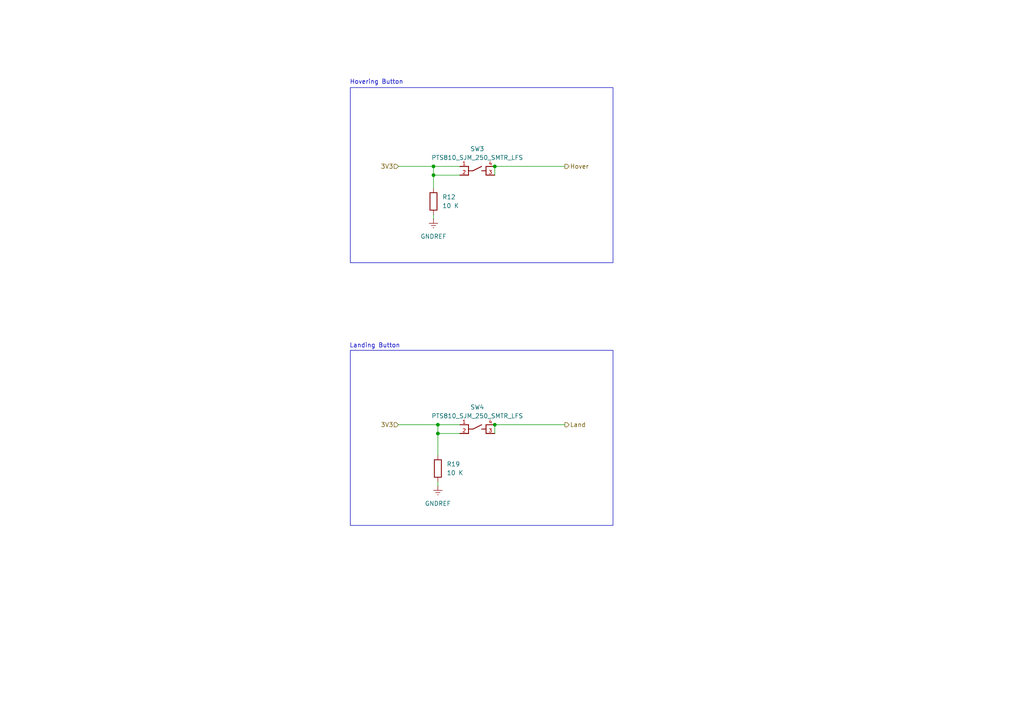
<source format=kicad_sch>
(kicad_sch
	(version 20250114)
	(generator "eeschema")
	(generator_version "9.0")
	(uuid "80d56138-cfac-4ed6-b9ec-0dd83b75c30a")
	(paper "A4")
	(lib_symbols
		(symbol "HMS_SSymbols_Library:GNDREF"
			(power)
			(pin_numbers
				(hide yes)
			)
			(pin_names
				(offset 0)
				(hide yes)
			)
			(exclude_from_sim no)
			(in_bom yes)
			(on_board yes)
			(property "Reference" "#PWR"
				(at 0 -6.35 0)
				(effects
					(font
						(size 1.27 1.27)
					)
					(hide yes)
				)
			)
			(property "Value" "GNDREF"
				(at 0 -3.81 0)
				(effects
					(font
						(size 1.27 1.27)
					)
				)
			)
			(property "Footprint" ""
				(at 0 0 0)
				(effects
					(font
						(size 1.27 1.27)
					)
					(hide yes)
				)
			)
			(property "Datasheet" ""
				(at 0 0 0)
				(effects
					(font
						(size 1.27 1.27)
					)
					(hide yes)
				)
			)
			(property "Description" "Power symbol creates a global label with name \"GNDREF\" , reference supply ground"
				(at 0 0 0)
				(effects
					(font
						(size 1.27 1.27)
					)
					(hide yes)
				)
			)
			(property "ki_keywords" "global power"
				(at 0 0 0)
				(effects
					(font
						(size 1.27 1.27)
					)
					(hide yes)
				)
			)
			(symbol "GNDREF_0_1"
				(polyline
					(pts
						(xy -0.635 -1.905) (xy 0.635 -1.905)
					)
					(stroke
						(width 0)
						(type default)
					)
					(fill
						(type none)
					)
				)
				(polyline
					(pts
						(xy -0.127 -2.54) (xy 0.127 -2.54)
					)
					(stroke
						(width 0)
						(type default)
					)
					(fill
						(type none)
					)
				)
				(polyline
					(pts
						(xy 0 -1.27) (xy 0 0)
					)
					(stroke
						(width 0)
						(type default)
					)
					(fill
						(type none)
					)
				)
				(polyline
					(pts
						(xy 1.27 -1.27) (xy -1.27 -1.27)
					)
					(stroke
						(width 0)
						(type default)
					)
					(fill
						(type none)
					)
				)
			)
			(symbol "GNDREF_1_1"
				(pin power_in line
					(at 0 0 270)
					(length 0)
					(name "~"
						(effects
							(font
								(size 1.27 1.27)
							)
						)
					)
					(number "1"
						(effects
							(font
								(size 1.27 1.27)
							)
						)
					)
				)
			)
			(embedded_fonts no)
		)
		(symbol "HMS_SSymbols_Library:PTS810_SJM_250_SMTR_LFS"
			(pin_names
				(offset 1.016)
			)
			(exclude_from_sim no)
			(in_bom yes)
			(on_board yes)
			(property "Reference" "SW"
				(at -3.81 1.27 0)
				(effects
					(font
						(size 1.27 1.27)
					)
					(justify left bottom)
				)
			)
			(property "Value" "PTS810_SJM_250_SMTR_LFS"
				(at -5.08 -6.35 0)
				(effects
					(font
						(size 1.27 1.27)
					)
					(justify left bottom)
				)
			)
			(property "Footprint" "PTS810_SJM_250_SMTR_LFS:SW_PTS810_SJM_250_SMTR_LFS"
				(at 0 0 0)
				(effects
					(font
						(size 1.27 1.27)
					)
					(justify bottom)
					(hide yes)
				)
			)
			(property "Datasheet" ""
				(at 0 0 0)
				(effects
					(font
						(size 1.27 1.27)
					)
					(hide yes)
				)
			)
			(property "Description" ""
				(at 0 0 0)
				(effects
					(font
						(size 1.27 1.27)
					)
					(hide yes)
				)
			)
			(property "MANUFACTURER" "CnK"
				(at 0 0 0)
				(effects
					(font
						(size 1.27 1.27)
					)
					(justify bottom)
					(hide yes)
				)
			)
			(property "STANDARD" "Manufacturer Recommendations"
				(at 0 0 0)
				(effects
					(font
						(size 1.27 1.27)
					)
					(justify bottom)
					(hide yes)
				)
			)
			(symbol "PTS810_SJM_250_SMTR_LFS_0_0"
				(polyline
					(pts
						(xy -2.54 0) (xy -5.08 0)
					)
					(stroke
						(width 0.254)
						(type default)
					)
					(fill
						(type none)
					)
				)
				(polyline
					(pts
						(xy -2.54 0) (xy -2.54 -2.54)
					)
					(stroke
						(width 0.254)
						(type default)
					)
					(fill
						(type none)
					)
				)
				(polyline
					(pts
						(xy -2.54 -1.27) (xy -1.27 -1.27)
					)
					(stroke
						(width 0.254)
						(type default)
					)
					(fill
						(type none)
					)
				)
				(polyline
					(pts
						(xy -2.54 -2.54) (xy -5.08 -2.54)
					)
					(stroke
						(width 0.254)
						(type default)
					)
					(fill
						(type none)
					)
				)
				(polyline
					(pts
						(xy -1.27 -1.27) (xy 1.27 0)
					)
					(stroke
						(width 0.254)
						(type default)
					)
					(fill
						(type none)
					)
				)
				(polyline
					(pts
						(xy 1.27 -1.27) (xy 2.54 -1.27)
					)
					(stroke
						(width 0.254)
						(type default)
					)
					(fill
						(type none)
					)
				)
				(polyline
					(pts
						(xy 2.54 0) (xy 2.54 -2.54)
					)
					(stroke
						(width 0.254)
						(type default)
					)
					(fill
						(type none)
					)
				)
				(polyline
					(pts
						(xy 2.54 0) (xy 5.08 0)
					)
					(stroke
						(width 0.254)
						(type default)
					)
					(fill
						(type none)
					)
				)
				(polyline
					(pts
						(xy 2.54 -2.54) (xy 5.08 -2.54)
					)
					(stroke
						(width 0.254)
						(type default)
					)
					(fill
						(type none)
					)
				)
				(pin passive line
					(at -5.08 0 0)
					(length 2.54)
					(name "~"
						(effects
							(font
								(size 1.016 1.016)
							)
						)
					)
					(number "1"
						(effects
							(font
								(size 1.016 1.016)
							)
						)
					)
				)
				(pin passive line
					(at -5.08 -2.54 0)
					(length 2.54)
					(name "~"
						(effects
							(font
								(size 1.016 1.016)
							)
						)
					)
					(number "2"
						(effects
							(font
								(size 1.016 1.016)
							)
						)
					)
				)
				(pin passive line
					(at 5.08 0 180)
					(length 2.54)
					(name "~"
						(effects
							(font
								(size 1.016 1.016)
							)
						)
					)
					(number "4"
						(effects
							(font
								(size 1.016 1.016)
							)
						)
					)
				)
				(pin passive line
					(at 5.08 -2.54 180)
					(length 2.54)
					(name "~"
						(effects
							(font
								(size 1.016 1.016)
							)
						)
					)
					(number "3"
						(effects
							(font
								(size 1.016 1.016)
							)
						)
					)
				)
			)
			(embedded_fonts no)
		)
		(symbol "HMS_SSymbols_Library:R"
			(pin_numbers
				(hide yes)
			)
			(pin_names
				(offset 0)
			)
			(exclude_from_sim no)
			(in_bom yes)
			(on_board yes)
			(property "Reference" "R"
				(at 2.032 0 90)
				(effects
					(font
						(size 1.27 1.27)
					)
				)
			)
			(property "Value" "R"
				(at 0 0 90)
				(effects
					(font
						(size 1.27 1.27)
					)
				)
			)
			(property "Footprint" ""
				(at -1.778 0 90)
				(effects
					(font
						(size 1.27 1.27)
					)
					(hide yes)
				)
			)
			(property "Datasheet" "~"
				(at 0 0 0)
				(effects
					(font
						(size 1.27 1.27)
					)
					(hide yes)
				)
			)
			(property "Description" "Resistor"
				(at 0 0 0)
				(effects
					(font
						(size 1.27 1.27)
					)
					(hide yes)
				)
			)
			(property "ki_keywords" "R res resistor"
				(at 0 0 0)
				(effects
					(font
						(size 1.27 1.27)
					)
					(hide yes)
				)
			)
			(property "ki_fp_filters" "R_*"
				(at 0 0 0)
				(effects
					(font
						(size 1.27 1.27)
					)
					(hide yes)
				)
			)
			(symbol "R_0_1"
				(rectangle
					(start -1.016 -2.54)
					(end 1.016 2.54)
					(stroke
						(width 0.254)
						(type default)
					)
					(fill
						(type none)
					)
				)
			)
			(symbol "R_1_1"
				(pin passive line
					(at 0 3.81 270)
					(length 1.27)
					(name "~"
						(effects
							(font
								(size 1.27 1.27)
							)
						)
					)
					(number "1"
						(effects
							(font
								(size 1.27 1.27)
							)
						)
					)
				)
				(pin passive line
					(at 0 -3.81 90)
					(length 1.27)
					(name "~"
						(effects
							(font
								(size 1.27 1.27)
							)
						)
					)
					(number "2"
						(effects
							(font
								(size 1.27 1.27)
							)
						)
					)
				)
			)
			(embedded_fonts no)
		)
	)
	(rectangle
		(start 101.6 101.6)
		(end 177.8 152.4)
		(stroke
			(width 0)
			(type default)
		)
		(fill
			(type none)
		)
		(uuid 68cc71d0-df4d-4fa0-bb64-f2d3fdb8768b)
	)
	(rectangle
		(start 101.6 25.4)
		(end 177.8 76.2)
		(stroke
			(width 0)
			(type default)
		)
		(fill
			(type none)
		)
		(uuid e11c65a6-9c56-4729-8c94-29f5fb4746a6)
	)
	(text "Hovering Button"
		(exclude_from_sim no)
		(at 109.22 23.876 0)
		(effects
			(font
				(size 1.27 1.27)
			)
		)
		(uuid "5eb49d17-b906-44b5-bd7d-35108807177f")
	)
	(text "Landing Button"
		(exclude_from_sim no)
		(at 108.712 100.33 0)
		(effects
			(font
				(size 1.27 1.27)
			)
		)
		(uuid "ca33e833-94fd-4f92-9515-3aec218abc3b")
	)
	(junction
		(at 143.51 123.19)
		(diameter 0)
		(color 0 0 0 0)
		(uuid "361e7a86-7186-4cfa-84cc-e6976bc67821")
	)
	(junction
		(at 125.73 50.8)
		(diameter 0)
		(color 0 0 0 0)
		(uuid "4552ff3b-317f-4465-8722-83347bd03844")
	)
	(junction
		(at 125.73 48.26)
		(diameter 0)
		(color 0 0 0 0)
		(uuid "67b2ac57-a172-447a-8c7e-eba20d54265e")
	)
	(junction
		(at 127 125.73)
		(diameter 0)
		(color 0 0 0 0)
		(uuid "9c3dd291-0b23-41ef-8b67-4f3acb0ecd32")
	)
	(junction
		(at 127 123.19)
		(diameter 0)
		(color 0 0 0 0)
		(uuid "a4c995f0-dfe3-442e-93b5-75d2055f660b")
	)
	(junction
		(at 143.51 48.26)
		(diameter 0)
		(color 0 0 0 0)
		(uuid "adef02f9-0cd3-419e-bbdc-55516593751a")
	)
	(wire
		(pts
			(xy 115.57 48.26) (xy 125.73 48.26)
		)
		(stroke
			(width 0)
			(type default)
		)
		(uuid "04cfd766-9632-45c4-aa02-4e687a0b00f8")
	)
	(wire
		(pts
			(xy 143.51 125.73) (xy 143.51 123.19)
		)
		(stroke
			(width 0)
			(type default)
		)
		(uuid "08dc795c-dc66-4bcd-8d68-adabc4a36a76")
	)
	(wire
		(pts
			(xy 125.73 48.26) (xy 133.35 48.26)
		)
		(stroke
			(width 0)
			(type default)
		)
		(uuid "224666db-1d68-4898-a143-ed9b4cf00b02")
	)
	(wire
		(pts
			(xy 143.51 48.26) (xy 163.83 48.26)
		)
		(stroke
			(width 0)
			(type default)
		)
		(uuid "38a928e3-35fe-4d76-b42c-45b894f4684a")
	)
	(wire
		(pts
			(xy 143.51 123.19) (xy 163.83 123.19)
		)
		(stroke
			(width 0)
			(type default)
		)
		(uuid "4b88b1e6-d946-417e-9858-bbba2068b17d")
	)
	(wire
		(pts
			(xy 125.73 48.26) (xy 125.73 50.8)
		)
		(stroke
			(width 0)
			(type default)
		)
		(uuid "63bee3fa-3028-43c5-9837-a60e5a7b252f")
	)
	(wire
		(pts
			(xy 125.73 63.5) (xy 125.73 62.23)
		)
		(stroke
			(width 0)
			(type default)
		)
		(uuid "67fac74d-5f0b-45c6-b299-b7ff1d2235ef")
	)
	(wire
		(pts
			(xy 115.57 123.19) (xy 127 123.19)
		)
		(stroke
			(width 0)
			(type default)
		)
		(uuid "699fae72-3754-4e82-bc94-49f581f5d29e")
	)
	(wire
		(pts
			(xy 127 132.08) (xy 127 125.73)
		)
		(stroke
			(width 0)
			(type default)
		)
		(uuid "752c7e06-3c0e-4455-a5df-9d8fb93c2da2")
	)
	(wire
		(pts
			(xy 125.73 50.8) (xy 133.35 50.8)
		)
		(stroke
			(width 0)
			(type default)
		)
		(uuid "8d182b6f-42fd-46b7-83a8-350c2f136070")
	)
	(wire
		(pts
			(xy 143.51 48.26) (xy 143.51 50.8)
		)
		(stroke
			(width 0)
			(type default)
		)
		(uuid "9986ebdd-9afe-4c1f-831a-cb49cc3eb0be")
	)
	(wire
		(pts
			(xy 127 125.73) (xy 127 123.19)
		)
		(stroke
			(width 0)
			(type default)
		)
		(uuid "e4ae9feb-d276-4ac1-966d-86c7f2d58662")
	)
	(wire
		(pts
			(xy 127 140.97) (xy 127 139.7)
		)
		(stroke
			(width 0)
			(type default)
		)
		(uuid "e4c4da86-5027-4889-9dd3-4adf279e7314")
	)
	(wire
		(pts
			(xy 127 125.73) (xy 133.35 125.73)
		)
		(stroke
			(width 0)
			(type default)
		)
		(uuid "e7386491-5c07-4341-ae92-054e8bcc9d21")
	)
	(wire
		(pts
			(xy 127 123.19) (xy 133.35 123.19)
		)
		(stroke
			(width 0)
			(type default)
		)
		(uuid "ec74d651-c082-42e9-b9e8-921c3418eede")
	)
	(wire
		(pts
			(xy 125.73 50.8) (xy 125.73 54.61)
		)
		(stroke
			(width 0)
			(type default)
		)
		(uuid "f3bb13d4-e89d-4689-b5eb-cf126f2e6b54")
	)
	(hierarchical_label "3V3"
		(shape input)
		(at 115.57 123.19 180)
		(effects
			(font
				(size 1.27 1.27)
			)
			(justify right)
		)
		(uuid "84a55a06-ad84-4026-8494-052bdb369d82")
	)
	(hierarchical_label "3V3"
		(shape input)
		(at 115.57 48.26 180)
		(effects
			(font
				(size 1.27 1.27)
			)
			(justify right)
		)
		(uuid "91f1ea71-d167-4e41-afee-8c01d1ee96cf")
	)
	(hierarchical_label "Hover"
		(shape output)
		(at 163.83 48.26 0)
		(effects
			(font
				(size 1.27 1.27)
			)
			(justify left)
		)
		(uuid "cead5805-33e3-4e93-a65e-6f8f394b4bd5")
	)
	(hierarchical_label "Land"
		(shape output)
		(at 163.83 123.19 0)
		(effects
			(font
				(size 1.27 1.27)
			)
			(justify left)
		)
		(uuid "f663ecd7-e2de-4f70-90fb-a4b283818f53")
	)
	(symbol
		(lib_id "HMS_SSymbols_Library:GNDREF")
		(at 125.73 63.5 0)
		(unit 1)
		(exclude_from_sim no)
		(in_bom yes)
		(on_board yes)
		(dnp no)
		(fields_autoplaced yes)
		(uuid "5114f648-0b32-486c-aac1-ce81202ce407")
		(property "Reference" "#PWR023"
			(at 125.73 69.85 0)
			(effects
				(font
					(size 1.27 1.27)
				)
				(hide yes)
			)
		)
		(property "Value" "GNDREF"
			(at 125.73 68.58 0)
			(effects
				(font
					(size 1.27 1.27)
				)
			)
		)
		(property "Footprint" ""
			(at 125.73 63.5 0)
			(effects
				(font
					(size 1.27 1.27)
				)
				(hide yes)
			)
		)
		(property "Datasheet" ""
			(at 125.73 63.5 0)
			(effects
				(font
					(size 1.27 1.27)
				)
				(hide yes)
			)
		)
		(property "Description" "Power symbol creates a global label with name \"GNDREF\" , reference supply ground"
			(at 125.73 63.5 0)
			(effects
				(font
					(size 1.27 1.27)
				)
				(hide yes)
			)
		)
		(pin "1"
			(uuid "ec51c44b-6135-46cc-ae3b-ca2f31127b37")
		)
		(instances
			(project "HMS"
				(path "/f58d4a15-dad3-4b2d-a625-0883ffa8695e/f5f5fd36-fa51-4a5c-b77b-ae5755a93441"
					(reference "#PWR023")
					(unit 1)
				)
			)
		)
	)
	(symbol
		(lib_id "HMS_SSymbols_Library:R")
		(at 127 135.89 0)
		(unit 1)
		(exclude_from_sim no)
		(in_bom yes)
		(on_board yes)
		(dnp no)
		(fields_autoplaced yes)
		(uuid "5d24ab51-e809-402f-a143-93c1edd4042e")
		(property "Reference" "R19"
			(at 129.54 134.6199 0)
			(effects
				(font
					(size 1.27 1.27)
				)
				(justify left)
			)
		)
		(property "Value" "10 K"
			(at 129.54 137.1599 0)
			(effects
				(font
					(size 1.27 1.27)
				)
				(justify left)
			)
		)
		(property "Footprint" ""
			(at 125.222 135.89 90)
			(effects
				(font
					(size 1.27 1.27)
				)
				(hide yes)
			)
		)
		(property "Datasheet" "~"
			(at 127 135.89 0)
			(effects
				(font
					(size 1.27 1.27)
				)
				(hide yes)
			)
		)
		(property "Description" "Resistor"
			(at 127 135.89 0)
			(effects
				(font
					(size 1.27 1.27)
				)
				(hide yes)
			)
		)
		(pin "2"
			(uuid "b1ad9fda-0326-424c-bf8d-a4ae6be73c01")
		)
		(pin "1"
			(uuid "d5de4444-53ed-461e-9ad6-feee83e3a3bf")
		)
		(instances
			(project "HMS"
				(path "/f58d4a15-dad3-4b2d-a625-0883ffa8695e/f5f5fd36-fa51-4a5c-b77b-ae5755a93441"
					(reference "R19")
					(unit 1)
				)
			)
		)
	)
	(symbol
		(lib_id "HMS_SSymbols_Library:R")
		(at 125.73 58.42 0)
		(unit 1)
		(exclude_from_sim no)
		(in_bom yes)
		(on_board yes)
		(dnp no)
		(fields_autoplaced yes)
		(uuid "78c3abc5-8213-4797-bc50-5e8b4dbfdefe")
		(property "Reference" "R12"
			(at 128.27 57.1499 0)
			(effects
				(font
					(size 1.27 1.27)
				)
				(justify left)
			)
		)
		(property "Value" "10 K"
			(at 128.27 59.6899 0)
			(effects
				(font
					(size 1.27 1.27)
				)
				(justify left)
			)
		)
		(property "Footprint" ""
			(at 123.952 58.42 90)
			(effects
				(font
					(size 1.27 1.27)
				)
				(hide yes)
			)
		)
		(property "Datasheet" "~"
			(at 125.73 58.42 0)
			(effects
				(font
					(size 1.27 1.27)
				)
				(hide yes)
			)
		)
		(property "Description" "Resistor"
			(at 125.73 58.42 0)
			(effects
				(font
					(size 1.27 1.27)
				)
				(hide yes)
			)
		)
		(pin "2"
			(uuid "1b335e76-b7fd-45fa-af0f-ab831b57e4fc")
		)
		(pin "1"
			(uuid "fd541efb-292e-4202-8ed7-d2fea9d044ed")
		)
		(instances
			(project "HMS"
				(path "/f58d4a15-dad3-4b2d-a625-0883ffa8695e/f5f5fd36-fa51-4a5c-b77b-ae5755a93441"
					(reference "R12")
					(unit 1)
				)
			)
		)
	)
	(symbol
		(lib_id "HMS_SSymbols_Library:GNDREF")
		(at 127 140.97 0)
		(unit 1)
		(exclude_from_sim no)
		(in_bom yes)
		(on_board yes)
		(dnp no)
		(fields_autoplaced yes)
		(uuid "8b8dd9de-fe02-44d6-9f82-8f627899f6a3")
		(property "Reference" "#PWR029"
			(at 127 147.32 0)
			(effects
				(font
					(size 1.27 1.27)
				)
				(hide yes)
			)
		)
		(property "Value" "GNDREF"
			(at 127 146.05 0)
			(effects
				(font
					(size 1.27 1.27)
				)
			)
		)
		(property "Footprint" ""
			(at 127 140.97 0)
			(effects
				(font
					(size 1.27 1.27)
				)
				(hide yes)
			)
		)
		(property "Datasheet" ""
			(at 127 140.97 0)
			(effects
				(font
					(size 1.27 1.27)
				)
				(hide yes)
			)
		)
		(property "Description" "Power symbol creates a global label with name \"GNDREF\" , reference supply ground"
			(at 127 140.97 0)
			(effects
				(font
					(size 1.27 1.27)
				)
				(hide yes)
			)
		)
		(pin "1"
			(uuid "16f61cb0-9dec-40d4-8599-010d419b77a3")
		)
		(instances
			(project "HMS"
				(path "/f58d4a15-dad3-4b2d-a625-0883ffa8695e/f5f5fd36-fa51-4a5c-b77b-ae5755a93441"
					(reference "#PWR029")
					(unit 1)
				)
			)
		)
	)
	(symbol
		(lib_id "HMS_SSymbols_Library:PTS810_SJM_250_SMTR_LFS")
		(at 138.43 123.19 0)
		(unit 1)
		(exclude_from_sim no)
		(in_bom yes)
		(on_board yes)
		(dnp no)
		(fields_autoplaced yes)
		(uuid "995a7a8d-c608-41f0-858e-3ad5b30a0510")
		(property "Reference" "SW4"
			(at 138.43 118.11 0)
			(effects
				(font
					(size 1.27 1.27)
				)
			)
		)
		(property "Value" "PTS810_SJM_250_SMTR_LFS"
			(at 138.43 120.65 0)
			(effects
				(font
					(size 1.27 1.27)
				)
			)
		)
		(property "Footprint" "PTS810_SJM_250_SMTR_LFS:SW_PTS810_SJM_250_SMTR_LFS"
			(at 138.43 123.19 0)
			(effects
				(font
					(size 1.27 1.27)
				)
				(justify bottom)
				(hide yes)
			)
		)
		(property "Datasheet" ""
			(at 138.43 123.19 0)
			(effects
				(font
					(size 1.27 1.27)
				)
				(hide yes)
			)
		)
		(property "Description" ""
			(at 138.43 123.19 0)
			(effects
				(font
					(size 1.27 1.27)
				)
				(hide yes)
			)
		)
		(property "MANUFACTURER" "CnK"
			(at 138.43 123.19 0)
			(effects
				(font
					(size 1.27 1.27)
				)
				(justify bottom)
				(hide yes)
			)
		)
		(property "STANDARD" "Manufacturer Recommendations"
			(at 138.43 123.19 0)
			(effects
				(font
					(size 1.27 1.27)
				)
				(justify bottom)
				(hide yes)
			)
		)
		(pin "1"
			(uuid "337ce9c1-ca04-407b-83c2-ab031fa9459a")
		)
		(pin "3"
			(uuid "e46c0a7e-5855-4953-8cbe-743a5e398d1a")
		)
		(pin "4"
			(uuid "177f30c1-dd53-4892-aff8-c118f33c280a")
		)
		(pin "2"
			(uuid "f6462097-e03e-4d3e-9ef5-6f5cee85ca1f")
		)
		(instances
			(project "HMS"
				(path "/f58d4a15-dad3-4b2d-a625-0883ffa8695e/f5f5fd36-fa51-4a5c-b77b-ae5755a93441"
					(reference "SW4")
					(unit 1)
				)
			)
		)
	)
	(symbol
		(lib_id "HMS_SSymbols_Library:PTS810_SJM_250_SMTR_LFS")
		(at 138.43 48.26 0)
		(unit 1)
		(exclude_from_sim no)
		(in_bom yes)
		(on_board yes)
		(dnp no)
		(fields_autoplaced yes)
		(uuid "a19417f9-70e6-40c2-a395-085b730a9958")
		(property "Reference" "SW3"
			(at 138.43 43.18 0)
			(effects
				(font
					(size 1.27 1.27)
				)
			)
		)
		(property "Value" "PTS810_SJM_250_SMTR_LFS"
			(at 138.43 45.72 0)
			(effects
				(font
					(size 1.27 1.27)
				)
			)
		)
		(property "Footprint" "PTS810_SJM_250_SMTR_LFS:SW_PTS810_SJM_250_SMTR_LFS"
			(at 138.43 48.26 0)
			(effects
				(font
					(size 1.27 1.27)
				)
				(justify bottom)
				(hide yes)
			)
		)
		(property "Datasheet" ""
			(at 138.43 48.26 0)
			(effects
				(font
					(size 1.27 1.27)
				)
				(hide yes)
			)
		)
		(property "Description" ""
			(at 138.43 48.26 0)
			(effects
				(font
					(size 1.27 1.27)
				)
				(hide yes)
			)
		)
		(property "MANUFACTURER" "CnK"
			(at 138.43 48.26 0)
			(effects
				(font
					(size 1.27 1.27)
				)
				(justify bottom)
				(hide yes)
			)
		)
		(property "STANDARD" "Manufacturer Recommendations"
			(at 138.43 48.26 0)
			(effects
				(font
					(size 1.27 1.27)
				)
				(justify bottom)
				(hide yes)
			)
		)
		(pin "1"
			(uuid "9cf019e6-813c-45a0-8db2-33fd0e9e8f52")
		)
		(pin "3"
			(uuid "cf99dede-d1ad-449c-8c5e-a4a4d668e349")
		)
		(pin "4"
			(uuid "85d96cc3-e2e4-42a5-b13b-a1eaa5b6bfb7")
		)
		(pin "2"
			(uuid "b3179a2e-648f-4d8e-b68c-de36e09c036a")
		)
		(instances
			(project "HMS"
				(path "/f58d4a15-dad3-4b2d-a625-0883ffa8695e/f5f5fd36-fa51-4a5c-b77b-ae5755a93441"
					(reference "SW3")
					(unit 1)
				)
			)
		)
	)
)

</source>
